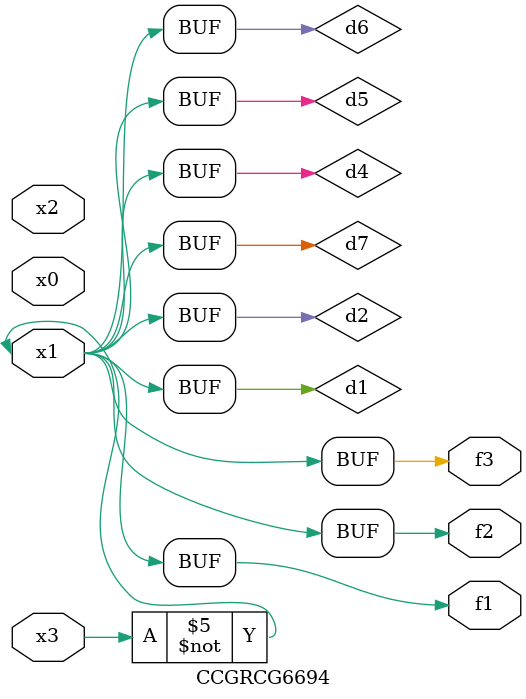
<source format=v>
module CCGRCG6694(
	input x0, x1, x2, x3,
	output f1, f2, f3
);

	wire d1, d2, d3, d4, d5, d6, d7;

	not (d1, x3);
	buf (d2, x1);
	xnor (d3, d1, d2);
	nor (d4, d1);
	buf (d5, d1, d2);
	buf (d6, d4, d5);
	nand (d7, d4);
	assign f1 = d6;
	assign f2 = d7;
	assign f3 = d6;
endmodule

</source>
